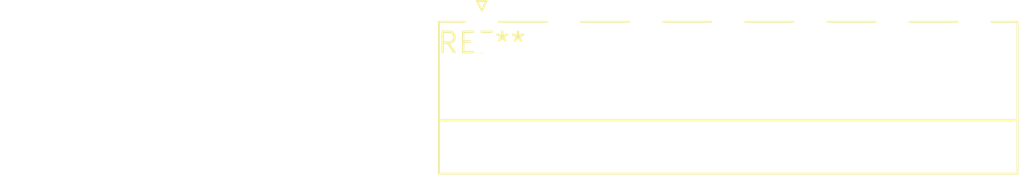
<source format=kicad_pcb>
(kicad_pcb (version 20240108) (generator pcbnew)
  (layers (0 "F.Cu" signal) (31 "B.Cu" signal) (34 "B.Paste" user) (35 "F.Paste" user) (36 "B.SilkS" user "B.Silkscreen") (37 "F.SilkS" user "F.Silkscreen") (38 "B.Mask" user) (39 "F.Mask" user) (44 "Edge.Cuts" user))
  (net 0 "")
  (footprint "PhoenixContact_MC_1,5_7-G-5.08_1x07_P5.08mm_Horizontal" (layer "F.Cu") (at 0 0)
    (property "Reference" "REF**")
    (property "Value" "PhoenixContact_MC_1,5_7-G-5.08_1x07_P5.08mm_Horizontal")
    (fp_line (start -2.65 -1.31) (end -2.65 8.11) (layer "F.SilkS") (stroke (width 0.12)))
    (fp_line (start -2.65 -1.31) (end -1.05 -1.31) (layer "F.SilkS") (stroke (width 0.12)))
    (fp_line (start -2.65 4.8) (end 33.13 4.8) (layer "F.SilkS") (stroke (width 0.12)))
    (fp_line (start -2.65 8.11) (end 33.13 8.11) (layer "F.SilkS") (stroke (width 0.12)))
    (fp_line (start -0.3 -2.6) (end 0.3 -2.6) (layer "F.SilkS") (stroke (width 0.12)))
    (fp_line (start 0 -2) (end -0.3 -2.6) (layer "F.SilkS") (stroke (width 0.12)))
    (fp_line (start 0.3 -2.6) (end 0 -2) (layer "F.SilkS") (stroke (width 0.12)))
    (fp_line (start 1.05 -1.31) (end 4.03 -1.31) (layer "F.SilkS") (stroke (width 0.12)))
    (fp_line (start 6.13 -1.31) (end 9.11 -1.31) (layer "F.SilkS") (stroke (width 0.12)))
    (fp_line (start 11.21 -1.31) (end 14.19 -1.31) (layer "F.SilkS") (stroke (width 0.12)))
    (fp_line (start 16.29 -1.31) (end 19.27 -1.31) (layer "F.SilkS") (stroke (width 0.12)))
    (fp_line (start 21.37 -1.31) (end 24.35 -1.31) (layer "F.SilkS") (stroke (width 0.12)))
    (fp_line (start 26.45 -1.31) (end 29.43 -1.31) (layer "F.SilkS") (stroke (width 0.12)))
    (fp_line (start 33.13 -1.31) (end 31.53 -1.31) (layer "F.SilkS") (stroke (width 0.12)))
    (fp_line (start 33.13 8.11) (end 33.13 -1.31) (layer "F.SilkS") (stroke (width 0.12)))
    (pad "1" thru_hole roundrect (at 0 0) (size 1.8 3.6) (drill 1.2) (layers *.Cu *.Mask) (remove_unused_layers) (roundrect_rratio 0.138889))
    (pad "2" thru_hole oval (at 5.08 0) (size 1.8 3.6) (drill 1.2) (layers *.Cu *.Mask) (remove_unused_layers))
    (pad "3" thru_hole oval (at 10.16 0) (size 1.8 3.6) (drill 1.2) (layers *.Cu *.Mask) (remove_unused_layers))
    (pad "4" thru_hole oval (at 15.24 0) (size 1.8 3.6) (drill 1.2) (layers *.Cu *.Mask) (remove_unused_layers))
    (pad "5" thru_hole oval (at 20.32 0) (size 1.8 3.6) (drill 1.2) (layers *.Cu *.Mask) (remove_unused_layers))
    (pad "6" thru_hole oval (at 25.4 0) (size 1.8 3.6) (drill 1.2) (layers *.Cu *.Mask) (remove_unused_layers))
    (pad "7" thru_hole oval (at 30.48 0) (size 1.8 3.6) (drill 1.2) (layers *.Cu *.Mask) (remove_unused_layers))
  )
)
</source>
